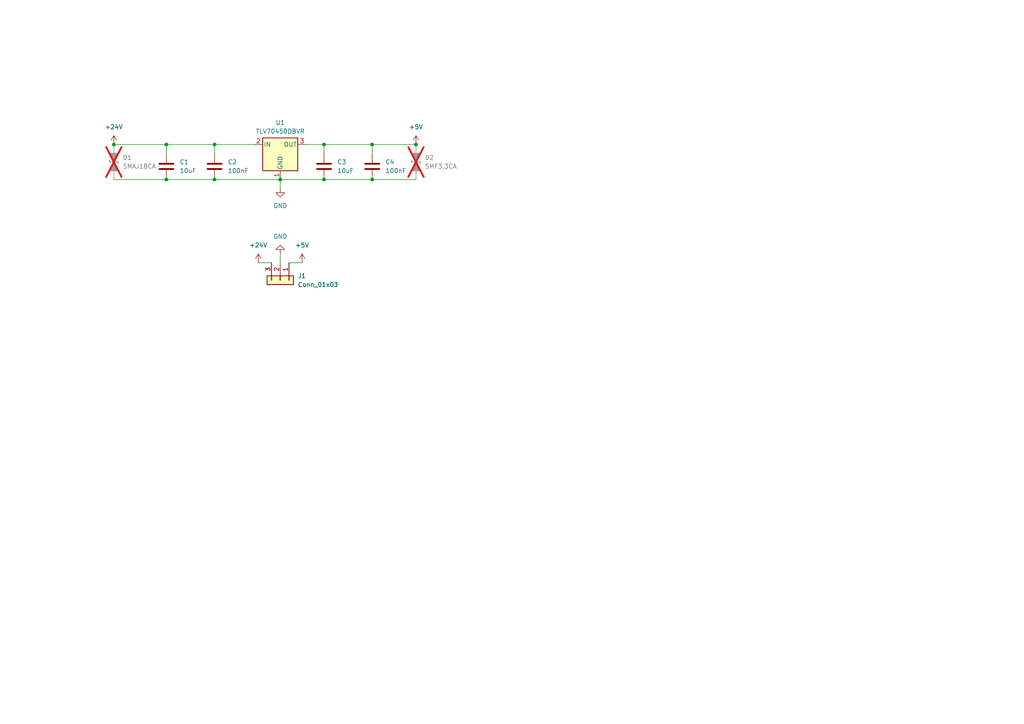
<source format=kicad_sch>
(kicad_sch
	(version 20250114)
	(generator "eeschema")
	(generator_version "9.0")
	(uuid "1df6ae02-d3d4-4e02-9ae3-4242eafe4dc1")
	(paper "A4")
	(lib_symbols
		(symbol "Connector_Generic:Conn_01x03"
			(pin_names
				(offset 1.016)
				(hide yes)
			)
			(exclude_from_sim no)
			(in_bom yes)
			(on_board yes)
			(property "Reference" "J"
				(at 0 5.08 0)
				(effects
					(font
						(size 1.27 1.27)
					)
				)
			)
			(property "Value" "Conn_01x03"
				(at 0 -5.08 0)
				(effects
					(font
						(size 1.27 1.27)
					)
				)
			)
			(property "Footprint" ""
				(at 0 0 0)
				(effects
					(font
						(size 1.27 1.27)
					)
					(hide yes)
				)
			)
			(property "Datasheet" "~"
				(at 0 0 0)
				(effects
					(font
						(size 1.27 1.27)
					)
					(hide yes)
				)
			)
			(property "Description" "Generic connector, single row, 01x03, script generated (kicad-library-utils/schlib/autogen/connector/)"
				(at 0 0 0)
				(effects
					(font
						(size 1.27 1.27)
					)
					(hide yes)
				)
			)
			(property "ki_keywords" "connector"
				(at 0 0 0)
				(effects
					(font
						(size 1.27 1.27)
					)
					(hide yes)
				)
			)
			(property "ki_fp_filters" "Connector*:*_1x??_*"
				(at 0 0 0)
				(effects
					(font
						(size 1.27 1.27)
					)
					(hide yes)
				)
			)
			(symbol "Conn_01x03_1_1"
				(rectangle
					(start -1.27 3.81)
					(end 1.27 -3.81)
					(stroke
						(width 0.254)
						(type default)
					)
					(fill
						(type background)
					)
				)
				(rectangle
					(start -1.27 2.667)
					(end 0 2.413)
					(stroke
						(width 0.1524)
						(type default)
					)
					(fill
						(type none)
					)
				)
				(rectangle
					(start -1.27 0.127)
					(end 0 -0.127)
					(stroke
						(width 0.1524)
						(type default)
					)
					(fill
						(type none)
					)
				)
				(rectangle
					(start -1.27 -2.413)
					(end 0 -2.667)
					(stroke
						(width 0.1524)
						(type default)
					)
					(fill
						(type none)
					)
				)
				(pin passive line
					(at -5.08 2.54 0)
					(length 3.81)
					(name "Pin_1"
						(effects
							(font
								(size 1.27 1.27)
							)
						)
					)
					(number "1"
						(effects
							(font
								(size 1.27 1.27)
							)
						)
					)
				)
				(pin passive line
					(at -5.08 0 0)
					(length 3.81)
					(name "Pin_2"
						(effects
							(font
								(size 1.27 1.27)
							)
						)
					)
					(number "2"
						(effects
							(font
								(size 1.27 1.27)
							)
						)
					)
				)
				(pin passive line
					(at -5.08 -2.54 0)
					(length 3.81)
					(name "Pin_3"
						(effects
							(font
								(size 1.27 1.27)
							)
						)
					)
					(number "3"
						(effects
							(font
								(size 1.27 1.27)
							)
						)
					)
				)
			)
			(embedded_fonts no)
		)
		(symbol "Library:SMF3.3CA"
			(pin_numbers
				(hide yes)
			)
			(pin_names
				(offset 1.016)
				(hide yes)
			)
			(exclude_from_sim no)
			(in_bom yes)
			(on_board yes)
			(property "Reference" "D"
				(at 0 5.08 0)
				(effects
					(font
						(size 1.27 1.27)
					)
				)
			)
			(property "Value" "SMF3.3CA"
				(at 0 2.54 0)
				(effects
					(font
						(size 1.27 1.27)
					)
				)
			)
			(property "Footprint" "PCM_Diode_SMD_AKL:D_SOD-123F"
				(at 0 0 0)
				(effects
					(font
						(size 1.27 1.27)
					)
					(hide yes)
				)
			)
			(property "Datasheet" "https://item.szlcsc.com/48682096.html?fromZone=s_s__%2522SMF3.3CA%2522&spm=sc.gb.xh1.zy.n___sc.it.hd.ss&lcsc_vid=RVRcUVYDElFdXlJeRAALAwJQTwNeBgZeQ1QMUwJSRlQxVlNSQVZWVV1VR1lXVTtW"
				(at 0 0 0)
				(effects
					(font
						(size 1.27 1.27)
					)
					(hide yes)
				)
			)
			(property "Description" "SOD-123F Bidirectional TVS Diode, 5V, 200W, Alternate KiCAD Library"
				(at 0 0 0)
				(effects
					(font
						(size 1.27 1.27)
					)
					(hide yes)
				)
			)
			(property "ki_keywords" "diode TVS bidirectional SMF-CA"
				(at 0 0 0)
				(effects
					(font
						(size 1.27 1.27)
					)
					(hide yes)
				)
			)
			(property "ki_fp_filters" "TO-???* *_Diode_* *SingleDiode* D_*"
				(at 0 0 0)
				(effects
					(font
						(size 1.27 1.27)
					)
					(hide yes)
				)
			)
			(symbol "SMF3.3CA_0_1"
				(polyline
					(pts
						(xy 0 1.27) (xy 0 -1.27)
					)
					(stroke
						(width 0.254)
						(type default)
					)
					(fill
						(type none)
					)
				)
				(polyline
					(pts
						(xy 0 1.27) (xy 0.508 1.27)
					)
					(stroke
						(width 0.254)
						(type default)
					)
					(fill
						(type none)
					)
				)
				(polyline
					(pts
						(xy 0 0) (xy -2.54 1.27) (xy -2.54 -1.27) (xy 0 0)
					)
					(stroke
						(width 0.254)
						(type default)
					)
					(fill
						(type outline)
					)
				)
				(polyline
					(pts
						(xy 0 -1.27) (xy -0.508 -1.27)
					)
					(stroke
						(width 0.254)
						(type default)
					)
					(fill
						(type none)
					)
				)
				(polyline
					(pts
						(xy 1.27 0) (xy -1.27 0)
					)
					(stroke
						(width 0)
						(type default)
					)
					(fill
						(type none)
					)
				)
				(polyline
					(pts
						(xy 2.54 1.27) (xy 2.54 -1.27) (xy 0 0) (xy 2.54 1.27)
					)
					(stroke
						(width 0.254)
						(type default)
					)
					(fill
						(type outline)
					)
				)
			)
			(symbol "SMF3.3CA_0_2"
				(polyline
					(pts
						(xy -3.81 -3.81) (xy 3.81 3.81)
					)
					(stroke
						(width 0)
						(type default)
					)
					(fill
						(type none)
					)
				)
				(polyline
					(pts
						(xy -1.778 -1.778) (xy -2.667 -0.889) (xy 0 0) (xy -0.889 -2.667) (xy -1.778 -1.778)
					)
					(stroke
						(width 0.254)
						(type default)
					)
					(fill
						(type outline)
					)
				)
				(polyline
					(pts
						(xy -0.889 0.889) (xy -1.27 0.508)
					)
					(stroke
						(width 0.254)
						(type default)
					)
					(fill
						(type none)
					)
				)
				(polyline
					(pts
						(xy -0.889 0.889) (xy 0.889 -0.889)
					)
					(stroke
						(width 0.254)
						(type default)
					)
					(fill
						(type none)
					)
				)
				(polyline
					(pts
						(xy 0.889 -0.889) (xy 1.27 -0.508)
					)
					(stroke
						(width 0.254)
						(type default)
					)
					(fill
						(type none)
					)
				)
				(polyline
					(pts
						(xy 1.778 1.778) (xy 2.667 0.889) (xy 0 0) (xy 0.889 2.667) (xy 1.778 1.778)
					)
					(stroke
						(width 0.254)
						(type default)
					)
					(fill
						(type outline)
					)
				)
			)
			(symbol "SMF3.3CA_1_1"
				(pin passive line
					(at -5.08 0 0)
					(length 2.54)
					(name "K"
						(effects
							(font
								(size 1.27 1.27)
							)
						)
					)
					(number "1"
						(effects
							(font
								(size 1.27 1.27)
							)
						)
					)
				)
				(pin passive line
					(at 5.08 0 180)
					(length 2.54)
					(name "A"
						(effects
							(font
								(size 1.27 1.27)
							)
						)
					)
					(number "2"
						(effects
							(font
								(size 1.27 1.27)
							)
						)
					)
				)
			)
			(symbol "SMF3.3CA_1_2"
				(pin passive line
					(at -3.81 -3.81 0)
					(length 0)
					(name "A"
						(effects
							(font
								(size 1.27 1.27)
							)
						)
					)
					(number "2"
						(effects
							(font
								(size 1.27 1.27)
							)
						)
					)
				)
				(pin passive line
					(at 3.81 3.81 180)
					(length 0)
					(name "K"
						(effects
							(font
								(size 1.27 1.27)
							)
						)
					)
					(number "1"
						(effects
							(font
								(size 1.27 1.27)
							)
						)
					)
				)
			)
			(embedded_fonts no)
		)
		(symbol "Library:TLV70450DBVR"
			(pin_names
				(offset 0.254)
			)
			(exclude_from_sim no)
			(in_bom yes)
			(on_board yes)
			(property "Reference" "U"
				(at -3.81 5.715 0)
				(effects
					(font
						(size 1.27 1.27)
					)
				)
			)
			(property "Value" "TLV70450DBVR"
				(at 0 5.715 0)
				(effects
					(font
						(size 1.27 1.27)
					)
					(justify left)
				)
			)
			(property "Footprint" "Package_TO_SOT_SMD:SOT-23-5"
				(at 0 8.255 0)
				(effects
					(font
						(size 1.27 1.27)
						(italic yes)
					)
					(hide yes)
				)
			)
			(property "Datasheet" "http://www.ti.com/lit/ds/symlink/tlv712.pdf"
				(at 0 1.27 0)
				(effects
					(font
						(size 1.27 1.27)
					)
					(hide yes)
				)
			)
			(property "Description" "300mA Low Dropout Voltage Regulator, Fixed Output 0.9V, SOT-23-5"
				(at 0 0 0)
				(effects
					(font
						(size 1.27 1.27)
					)
					(hide yes)
				)
			)
			(property "ki_keywords" "LDO Regulator Fixed Positive"
				(at 0 0 0)
				(effects
					(font
						(size 1.27 1.27)
					)
					(hide yes)
				)
			)
			(property "ki_fp_filters" "SOT?23*"
				(at 0 0 0)
				(effects
					(font
						(size 1.27 1.27)
					)
					(hide yes)
				)
			)
			(symbol "TLV70450DBVR_0_1"
				(rectangle
					(start -5.08 4.445)
					(end 5.08 -5.08)
					(stroke
						(width 0.254)
						(type default)
					)
					(fill
						(type background)
					)
				)
			)
			(symbol "TLV70450DBVR_1_1"
				(pin power_in line
					(at -7.62 2.54 0)
					(length 2.54)
					(name "IN"
						(effects
							(font
								(size 1.27 1.27)
							)
						)
					)
					(number "2"
						(effects
							(font
								(size 1.27 1.27)
							)
						)
					)
				)
				(pin power_in line
					(at 0 -7.62 90)
					(length 2.54)
					(name "GND"
						(effects
							(font
								(size 1.27 1.27)
							)
						)
					)
					(number "1"
						(effects
							(font
								(size 1.27 1.27)
							)
						)
					)
				)
				(pin no_connect line
					(at 5.08 0 180)
					(length 2.54)
					(hide yes)
					(name "NC"
						(effects
							(font
								(size 1.27 1.27)
							)
						)
					)
					(number "4"
						(effects
							(font
								(size 1.27 1.27)
							)
						)
					)
				)
				(pin no_connect line
					(at 5.08 0 180)
					(length 2.54)
					(hide yes)
					(name "NC"
						(effects
							(font
								(size 1.27 1.27)
							)
						)
					)
					(number "5"
						(effects
							(font
								(size 1.27 1.27)
							)
						)
					)
				)
				(pin input line
					(at 7.62 2.54 180)
					(length 2.54)
					(name "OUT"
						(effects
							(font
								(size 1.27 1.27)
							)
						)
					)
					(number "3"
						(effects
							(font
								(size 1.27 1.27)
							)
						)
					)
				)
			)
			(embedded_fonts no)
		)
		(symbol "PCM_Capacitor_US_AKL:C_1206"
			(pin_numbers
				(hide yes)
			)
			(pin_names
				(offset 0.254)
			)
			(exclude_from_sim no)
			(in_bom yes)
			(on_board yes)
			(property "Reference" "C"
				(at 0.635 2.54 0)
				(effects
					(font
						(size 1.27 1.27)
					)
					(justify left)
				)
			)
			(property "Value" "C_1206"
				(at 0.635 -2.54 0)
				(effects
					(font
						(size 1.27 1.27)
					)
					(justify left)
				)
			)
			(property "Footprint" "PCM_Capacitor_SMD_AKL:C_1206_3216Metric"
				(at 0.9652 -3.81 0)
				(effects
					(font
						(size 1.27 1.27)
					)
					(hide yes)
				)
			)
			(property "Datasheet" "~"
				(at 0 0 0)
				(effects
					(font
						(size 1.27 1.27)
					)
					(hide yes)
				)
			)
			(property "Description" "SMD 1206 MLCC capacitor, Alternate KiCad Library"
				(at 0 0 0)
				(effects
					(font
						(size 1.27 1.27)
					)
					(hide yes)
				)
			)
			(property "ki_keywords" "cap capacitor ceramic chip mlcc smd 1206"
				(at 0 0 0)
				(effects
					(font
						(size 1.27 1.27)
					)
					(hide yes)
				)
			)
			(property "ki_fp_filters" "C_*"
				(at 0 0 0)
				(effects
					(font
						(size 1.27 1.27)
					)
					(hide yes)
				)
			)
			(symbol "C_1206_0_1"
				(polyline
					(pts
						(xy -2.032 0.762) (xy 2.032 0.762)
					)
					(stroke
						(width 0.508)
						(type default)
					)
					(fill
						(type none)
					)
				)
				(polyline
					(pts
						(xy -2.032 -0.762) (xy 2.032 -0.762)
					)
					(stroke
						(width 0.508)
						(type default)
					)
					(fill
						(type none)
					)
				)
			)
			(symbol "C_1206_0_2"
				(polyline
					(pts
						(xy -2.54 -2.54) (xy -0.381 -0.381)
					)
					(stroke
						(width 0)
						(type default)
					)
					(fill
						(type none)
					)
				)
				(polyline
					(pts
						(xy -0.508 -0.508) (xy -1.651 0.635)
					)
					(stroke
						(width 0.508)
						(type default)
					)
					(fill
						(type none)
					)
				)
				(polyline
					(pts
						(xy -0.508 -0.508) (xy 0.635 -1.651)
					)
					(stroke
						(width 0.508)
						(type default)
					)
					(fill
						(type none)
					)
				)
				(polyline
					(pts
						(xy 0.381 0.381) (xy 2.54 2.54)
					)
					(stroke
						(width 0)
						(type default)
					)
					(fill
						(type none)
					)
				)
				(polyline
					(pts
						(xy 0.508 0.508) (xy -0.635 1.651)
					)
					(stroke
						(width 0.508)
						(type default)
					)
					(fill
						(type none)
					)
				)
				(polyline
					(pts
						(xy 0.508 0.508) (xy 1.651 -0.635)
					)
					(stroke
						(width 0.508)
						(type default)
					)
					(fill
						(type none)
					)
				)
			)
			(symbol "C_1206_1_1"
				(pin passive line
					(at 0 3.81 270)
					(length 2.794)
					(name "~"
						(effects
							(font
								(size 1.27 1.27)
							)
						)
					)
					(number "1"
						(effects
							(font
								(size 1.27 1.27)
							)
						)
					)
				)
				(pin passive line
					(at 0 -3.81 90)
					(length 2.794)
					(name "~"
						(effects
							(font
								(size 1.27 1.27)
							)
						)
					)
					(number "2"
						(effects
							(font
								(size 1.27 1.27)
							)
						)
					)
				)
			)
			(symbol "C_1206_1_2"
				(pin passive line
					(at -2.54 -2.54 90)
					(length 0)
					(name "~"
						(effects
							(font
								(size 1.27 1.27)
							)
						)
					)
					(number "2"
						(effects
							(font
								(size 1.27 1.27)
							)
						)
					)
				)
				(pin passive line
					(at 2.54 2.54 270)
					(length 0)
					(name "~"
						(effects
							(font
								(size 1.27 1.27)
							)
						)
					)
					(number "1"
						(effects
							(font
								(size 1.27 1.27)
							)
						)
					)
				)
			)
			(embedded_fonts no)
		)
		(symbol "PCM_Diode_TVS_AKL:SMAJ18CA"
			(pin_numbers
				(hide yes)
			)
			(pin_names
				(offset 1.016)
				(hide yes)
			)
			(exclude_from_sim no)
			(in_bom yes)
			(on_board yes)
			(property "Reference" "D"
				(at 0 5.08 0)
				(effects
					(font
						(size 1.27 1.27)
					)
				)
			)
			(property "Value" "SMAJ18CA"
				(at 0 2.54 0)
				(effects
					(font
						(size 1.27 1.27)
					)
				)
			)
			(property "Footprint" "PCM_Diode_SMD_AKL:D_SMA_TVS"
				(at 0 0 0)
				(effects
					(font
						(size 1.27 1.27)
					)
					(hide yes)
				)
			)
			(property "Datasheet" "https://www.tme.eu/Document/dbc72d81c249fe51b6ab42300e8e06d0/SMAJ_ser.pdf"
				(at 0 0 0)
				(effects
					(font
						(size 1.27 1.27)
					)
					(hide yes)
				)
			)
			(property "Description" "SMA Bidirectional TVS Diode, 18V, 400W, Alternate KiCAD Library"
				(at 0 0 0)
				(effects
					(font
						(size 1.27 1.27)
					)
					(hide yes)
				)
			)
			(property "ki_keywords" "diode TVS bidirectional SMAJ-CA"
				(at 0 0 0)
				(effects
					(font
						(size 1.27 1.27)
					)
					(hide yes)
				)
			)
			(property "ki_fp_filters" "TO-???* *_Diode_* *SingleDiode* D_*"
				(at 0 0 0)
				(effects
					(font
						(size 1.27 1.27)
					)
					(hide yes)
				)
			)
			(symbol "SMAJ18CA_0_1"
				(polyline
					(pts
						(xy 0 1.27) (xy 0 -1.27)
					)
					(stroke
						(width 0.254)
						(type default)
					)
					(fill
						(type none)
					)
				)
				(polyline
					(pts
						(xy 0 1.27) (xy 0.508 1.27)
					)
					(stroke
						(width 0.254)
						(type default)
					)
					(fill
						(type none)
					)
				)
				(polyline
					(pts
						(xy 0 0) (xy -2.54 1.27) (xy -2.54 -1.27) (xy 0 0)
					)
					(stroke
						(width 0.254)
						(type default)
					)
					(fill
						(type outline)
					)
				)
				(polyline
					(pts
						(xy 0 -1.27) (xy -0.508 -1.27)
					)
					(stroke
						(width 0.254)
						(type default)
					)
					(fill
						(type none)
					)
				)
				(polyline
					(pts
						(xy 1.27 0) (xy -1.27 0)
					)
					(stroke
						(width 0)
						(type default)
					)
					(fill
						(type none)
					)
				)
				(polyline
					(pts
						(xy 2.54 1.27) (xy 2.54 -1.27) (xy 0 0) (xy 2.54 1.27)
					)
					(stroke
						(width 0.254)
						(type default)
					)
					(fill
						(type outline)
					)
				)
			)
			(symbol "SMAJ18CA_0_2"
				(polyline
					(pts
						(xy -3.81 -3.81) (xy 3.81 3.81)
					)
					(stroke
						(width 0)
						(type default)
					)
					(fill
						(type none)
					)
				)
				(polyline
					(pts
						(xy -1.778 -1.778) (xy -2.667 -0.889) (xy 0 0) (xy -0.889 -2.667) (xy -1.778 -1.778)
					)
					(stroke
						(width 0.254)
						(type default)
					)
					(fill
						(type outline)
					)
				)
				(polyline
					(pts
						(xy -0.889 0.889) (xy -1.27 0.508)
					)
					(stroke
						(width 0.254)
						(type default)
					)
					(fill
						(type none)
					)
				)
				(polyline
					(pts
						(xy -0.889 0.889) (xy 0.889 -0.889)
					)
					(stroke
						(width 0.254)
						(type default)
					)
					(fill
						(type none)
					)
				)
				(polyline
					(pts
						(xy 0.889 -0.889) (xy 1.27 -0.508)
					)
					(stroke
						(width 0.254)
						(type default)
					)
					(fill
						(type none)
					)
				)
				(polyline
					(pts
						(xy 1.778 1.778) (xy 2.667 0.889) (xy 0 0) (xy 0.889 2.667) (xy 1.778 1.778)
					)
					(stroke
						(width 0.254)
						(type default)
					)
					(fill
						(type outline)
					)
				)
			)
			(symbol "SMAJ18CA_1_1"
				(pin passive line
					(at -5.08 0 0)
					(length 2.54)
					(name "K"
						(effects
							(font
								(size 1.27 1.27)
							)
						)
					)
					(number "1"
						(effects
							(font
								(size 1.27 1.27)
							)
						)
					)
				)
				(pin passive line
					(at 5.08 0 180)
					(length 2.54)
					(name "A"
						(effects
							(font
								(size 1.27 1.27)
							)
						)
					)
					(number "2"
						(effects
							(font
								(size 1.27 1.27)
							)
						)
					)
				)
			)
			(symbol "SMAJ18CA_1_2"
				(pin passive line
					(at -3.81 -3.81 0)
					(length 0)
					(name "A"
						(effects
							(font
								(size 1.27 1.27)
							)
						)
					)
					(number "2"
						(effects
							(font
								(size 1.27 1.27)
							)
						)
					)
				)
				(pin passive line
					(at 3.81 3.81 180)
					(length 0)
					(name "K"
						(effects
							(font
								(size 1.27 1.27)
							)
						)
					)
					(number "1"
						(effects
							(font
								(size 1.27 1.27)
							)
						)
					)
				)
			)
			(embedded_fonts no)
		)
		(symbol "power:+24V"
			(power)
			(pin_numbers
				(hide yes)
			)
			(pin_names
				(offset 0)
				(hide yes)
			)
			(exclude_from_sim no)
			(in_bom yes)
			(on_board yes)
			(property "Reference" "#PWR"
				(at 0 -3.81 0)
				(effects
					(font
						(size 1.27 1.27)
					)
					(hide yes)
				)
			)
			(property "Value" "+24V"
				(at 0 3.556 0)
				(effects
					(font
						(size 1.27 1.27)
					)
				)
			)
			(property "Footprint" ""
				(at 0 0 0)
				(effects
					(font
						(size 1.27 1.27)
					)
					(hide yes)
				)
			)
			(property "Datasheet" ""
				(at 0 0 0)
				(effects
					(font
						(size 1.27 1.27)
					)
					(hide yes)
				)
			)
			(property "Description" "Power symbol creates a global label with name \"+24V\""
				(at 0 0 0)
				(effects
					(font
						(size 1.27 1.27)
					)
					(hide yes)
				)
			)
			(property "ki_keywords" "global power"
				(at 0 0 0)
				(effects
					(font
						(size 1.27 1.27)
					)
					(hide yes)
				)
			)
			(symbol "+24V_0_1"
				(polyline
					(pts
						(xy -0.762 1.27) (xy 0 2.54)
					)
					(stroke
						(width 0)
						(type default)
					)
					(fill
						(type none)
					)
				)
				(polyline
					(pts
						(xy 0 2.54) (xy 0.762 1.27)
					)
					(stroke
						(width 0)
						(type default)
					)
					(fill
						(type none)
					)
				)
				(polyline
					(pts
						(xy 0 0) (xy 0 2.54)
					)
					(stroke
						(width 0)
						(type default)
					)
					(fill
						(type none)
					)
				)
			)
			(symbol "+24V_1_1"
				(pin power_in line
					(at 0 0 90)
					(length 0)
					(name "~"
						(effects
							(font
								(size 1.27 1.27)
							)
						)
					)
					(number "1"
						(effects
							(font
								(size 1.27 1.27)
							)
						)
					)
				)
			)
			(embedded_fonts no)
		)
		(symbol "power:+5V"
			(power)
			(pin_numbers
				(hide yes)
			)
			(pin_names
				(offset 0)
				(hide yes)
			)
			(exclude_from_sim no)
			(in_bom yes)
			(on_board yes)
			(property "Reference" "#PWR"
				(at 0 -3.81 0)
				(effects
					(font
						(size 1.27 1.27)
					)
					(hide yes)
				)
			)
			(property "Value" "+5V"
				(at 0 3.556 0)
				(effects
					(font
						(size 1.27 1.27)
					)
				)
			)
			(property "Footprint" ""
				(at 0 0 0)
				(effects
					(font
						(size 1.27 1.27)
					)
					(hide yes)
				)
			)
			(property "Datasheet" ""
				(at 0 0 0)
				(effects
					(font
						(size 1.27 1.27)
					)
					(hide yes)
				)
			)
			(property "Description" "Power symbol creates a global label with name \"+5V\""
				(at 0 0 0)
				(effects
					(font
						(size 1.27 1.27)
					)
					(hide yes)
				)
			)
			(property "ki_keywords" "global power"
				(at 0 0 0)
				(effects
					(font
						(size 1.27 1.27)
					)
					(hide yes)
				)
			)
			(symbol "+5V_0_1"
				(polyline
					(pts
						(xy -0.762 1.27) (xy 0 2.54)
					)
					(stroke
						(width 0)
						(type default)
					)
					(fill
						(type none)
					)
				)
				(polyline
					(pts
						(xy 0 2.54) (xy 0.762 1.27)
					)
					(stroke
						(width 0)
						(type default)
					)
					(fill
						(type none)
					)
				)
				(polyline
					(pts
						(xy 0 0) (xy 0 2.54)
					)
					(stroke
						(width 0)
						(type default)
					)
					(fill
						(type none)
					)
				)
			)
			(symbol "+5V_1_1"
				(pin power_in line
					(at 0 0 90)
					(length 0)
					(name "~"
						(effects
							(font
								(size 1.27 1.27)
							)
						)
					)
					(number "1"
						(effects
							(font
								(size 1.27 1.27)
							)
						)
					)
				)
			)
			(embedded_fonts no)
		)
		(symbol "power:GND"
			(power)
			(pin_numbers
				(hide yes)
			)
			(pin_names
				(offset 0)
				(hide yes)
			)
			(exclude_from_sim no)
			(in_bom yes)
			(on_board yes)
			(property "Reference" "#PWR"
				(at 0 -6.35 0)
				(effects
					(font
						(size 1.27 1.27)
					)
					(hide yes)
				)
			)
			(property "Value" "GND"
				(at 0 -3.81 0)
				(effects
					(font
						(size 1.27 1.27)
					)
				)
			)
			(property "Footprint" ""
				(at 0 0 0)
				(effects
					(font
						(size 1.27 1.27)
					)
					(hide yes)
				)
			)
			(property "Datasheet" ""
				(at 0 0 0)
				(effects
					(font
						(size 1.27 1.27)
					)
					(hide yes)
				)
			)
			(property "Description" "Power symbol creates a global label with name \"GND\" , ground"
				(at 0 0 0)
				(effects
					(font
						(size 1.27 1.27)
					)
					(hide yes)
				)
			)
			(property "ki_keywords" "global power"
				(at 0 0 0)
				(effects
					(font
						(size 1.27 1.27)
					)
					(hide yes)
				)
			)
			(symbol "GND_0_1"
				(polyline
					(pts
						(xy 0 0) (xy 0 -1.27) (xy 1.27 -1.27) (xy 0 -2.54) (xy -1.27 -1.27) (xy 0 -1.27)
					)
					(stroke
						(width 0)
						(type default)
					)
					(fill
						(type none)
					)
				)
			)
			(symbol "GND_1_1"
				(pin power_in line
					(at 0 0 270)
					(length 0)
					(name "~"
						(effects
							(font
								(size 1.27 1.27)
							)
						)
					)
					(number "1"
						(effects
							(font
								(size 1.27 1.27)
							)
						)
					)
				)
			)
			(embedded_fonts no)
		)
	)
	(junction
		(at 107.95 52.07)
		(diameter 0)
		(color 0 0 0 0)
		(uuid "514833eb-50a9-44fe-916f-294371287c75")
	)
	(junction
		(at 81.28 52.07)
		(diameter 0)
		(color 0 0 0 0)
		(uuid "5c57528f-1ab3-4705-9a16-ac77464cdffd")
	)
	(junction
		(at 107.95 41.91)
		(diameter 0)
		(color 0 0 0 0)
		(uuid "64aba8ce-fd6c-4491-992c-3b04ebd53f9f")
	)
	(junction
		(at 48.26 52.07)
		(diameter 0)
		(color 0 0 0 0)
		(uuid "6badc462-3549-4c36-8e68-21b0bb8cafde")
	)
	(junction
		(at 120.65 41.91)
		(diameter 0)
		(color 0 0 0 0)
		(uuid "70280d08-f1cd-409a-a6cb-6f11d0479222")
	)
	(junction
		(at 93.98 41.91)
		(diameter 0)
		(color 0 0 0 0)
		(uuid "719da37d-a298-4564-bf72-c6c4262e0a9d")
	)
	(junction
		(at 93.98 52.07)
		(diameter 0)
		(color 0 0 0 0)
		(uuid "9042bff0-f34f-427b-85c5-6b9b00f8c2b8")
	)
	(junction
		(at 62.23 52.07)
		(diameter 0)
		(color 0 0 0 0)
		(uuid "93e780b9-2863-4b2b-b297-6be449c23a72")
	)
	(junction
		(at 62.23 41.91)
		(diameter 0)
		(color 0 0 0 0)
		(uuid "9d1d29f1-637e-4e32-bd4e-238eec1c5c0e")
	)
	(junction
		(at 33.02 41.91)
		(diameter 0)
		(color 0 0 0 0)
		(uuid "aeaad6dc-fb16-4035-b8b2-ac734cd230da")
	)
	(junction
		(at 48.26 41.91)
		(diameter 0)
		(color 0 0 0 0)
		(uuid "e2d4d540-1b28-4c57-a6ca-376db0bf414f")
	)
	(wire
		(pts
			(xy 88.9 41.91) (xy 93.98 41.91)
		)
		(stroke
			(width 0)
			(type default)
		)
		(uuid "05ac1d29-e7d3-432c-88cf-2f065aa99a93")
	)
	(wire
		(pts
			(xy 48.26 41.91) (xy 62.23 41.91)
		)
		(stroke
			(width 0)
			(type default)
		)
		(uuid "0fe6615d-7d0f-4bd7-87e6-67912a7768d0")
	)
	(wire
		(pts
			(xy 81.28 73.66) (xy 81.28 76.2)
		)
		(stroke
			(width 0)
			(type default)
		)
		(uuid "276cfdbc-7c71-48a6-a7cb-091d947a4b44")
	)
	(wire
		(pts
			(xy 33.02 41.91) (xy 48.26 41.91)
		)
		(stroke
			(width 0)
			(type default)
		)
		(uuid "2c2418c9-d76c-4077-90b4-b4fa14f4dae8")
	)
	(wire
		(pts
			(xy 107.95 52.07) (xy 120.65 52.07)
		)
		(stroke
			(width 0)
			(type default)
		)
		(uuid "3a9006f2-1804-4563-8ac2-ab9854d7055c")
	)
	(wire
		(pts
			(xy 48.26 52.07) (xy 62.23 52.07)
		)
		(stroke
			(width 0)
			(type default)
		)
		(uuid "3fadcb6a-dd90-4bc8-80b0-a3059fa1fb32")
	)
	(wire
		(pts
			(xy 107.95 41.91) (xy 120.65 41.91)
		)
		(stroke
			(width 0)
			(type default)
		)
		(uuid "72f383a0-3587-4727-9bd0-663df02f2aaf")
	)
	(wire
		(pts
			(xy 62.23 41.91) (xy 62.23 44.45)
		)
		(stroke
			(width 0)
			(type default)
		)
		(uuid "7c5bbed0-37b4-461b-83e6-1cf8567c570c")
	)
	(wire
		(pts
			(xy 33.02 52.07) (xy 48.26 52.07)
		)
		(stroke
			(width 0)
			(type default)
		)
		(uuid "7f2cbe72-dcac-4864-8902-a467ee0e6b68")
	)
	(wire
		(pts
			(xy 62.23 41.91) (xy 73.66 41.91)
		)
		(stroke
			(width 0)
			(type default)
		)
		(uuid "861a7793-2ba1-427b-bd6a-76c18a36eee7")
	)
	(wire
		(pts
			(xy 81.28 52.07) (xy 93.98 52.07)
		)
		(stroke
			(width 0)
			(type default)
		)
		(uuid "87ac1303-b503-4c9f-b043-9535f6b94d91")
	)
	(wire
		(pts
			(xy 93.98 41.91) (xy 107.95 41.91)
		)
		(stroke
			(width 0)
			(type default)
		)
		(uuid "bb2287cb-2197-4c56-b358-48753385a0d0")
	)
	(wire
		(pts
			(xy 74.93 76.2) (xy 78.74 76.2)
		)
		(stroke
			(width 0)
			(type default)
		)
		(uuid "be54df5c-bef3-42ca-8272-d30d4e7f5b9f")
	)
	(wire
		(pts
			(xy 62.23 52.07) (xy 81.28 52.07)
		)
		(stroke
			(width 0)
			(type default)
		)
		(uuid "c19fec5c-7ef7-4d12-a92a-7e81323692e2")
	)
	(wire
		(pts
			(xy 93.98 41.91) (xy 93.98 44.45)
		)
		(stroke
			(width 0)
			(type default)
		)
		(uuid "c85a27d2-8038-49e5-b8dd-2cbab5b727bb")
	)
	(wire
		(pts
			(xy 83.82 76.2) (xy 87.63 76.2)
		)
		(stroke
			(width 0)
			(type default)
		)
		(uuid "ceb15113-566a-4374-9eb5-62585ab0adca")
	)
	(wire
		(pts
			(xy 81.28 54.61) (xy 81.28 52.07)
		)
		(stroke
			(width 0)
			(type default)
		)
		(uuid "cf35a6f6-a16e-45f5-b971-47db415734e9")
	)
	(wire
		(pts
			(xy 107.95 41.91) (xy 107.95 44.45)
		)
		(stroke
			(width 0)
			(type default)
		)
		(uuid "cf4710e6-9f1f-47d0-a123-1878a9663cdc")
	)
	(wire
		(pts
			(xy 93.98 52.07) (xy 107.95 52.07)
		)
		(stroke
			(width 0)
			(type default)
		)
		(uuid "efc3acde-0194-4669-b223-6090a94cc0ad")
	)
	(wire
		(pts
			(xy 48.26 41.91) (xy 48.26 44.45)
		)
		(stroke
			(width 0)
			(type default)
		)
		(uuid "f9714cac-ff9a-4506-b933-dec29543c863")
	)
	(symbol
		(lib_id "PCM_Capacitor_US_AKL:C_1206")
		(at 107.95 48.26 0)
		(unit 1)
		(exclude_from_sim no)
		(in_bom yes)
		(on_board yes)
		(dnp no)
		(fields_autoplaced yes)
		(uuid "232928ec-4543-44fa-9151-c17ecbf974f2")
		(property "Reference" "C4"
			(at 111.76 46.9899 0)
			(effects
				(font
					(size 1.27 1.27)
				)
				(justify left)
			)
		)
		(property "Value" "100nF"
			(at 111.76 49.5299 0)
			(effects
				(font
					(size 1.27 1.27)
				)
				(justify left)
			)
		)
		(property "Footprint" "PCM_Capacitor_SMD_AKL:C_1206_3216Metric"
			(at 108.9152 52.07 0)
			(effects
				(font
					(size 1.27 1.27)
				)
				(hide yes)
			)
		)
		(property "Datasheet" "~"
			(at 107.95 48.26 0)
			(effects
				(font
					(size 1.27 1.27)
				)
				(hide yes)
			)
		)
		(property "Description" "SMD 1206 MLCC capacitor, Alternate KiCad Library"
			(at 107.95 48.26 0)
			(effects
				(font
					(size 1.27 1.27)
				)
				(hide yes)
			)
		)
		(pin "2"
			(uuid "5945e5ad-70a8-4f56-99f5-85fc87fbd9cd")
		)
		(pin "1"
			(uuid "cedff690-39f5-4644-a345-205a86a6e3b2")
		)
		(instances
			(project "HT7333"
				(path "/1df6ae02-d3d4-4e02-9ae3-4242eafe4dc1"
					(reference "C4")
					(unit 1)
				)
			)
		)
	)
	(symbol
		(lib_id "PCM_Capacitor_US_AKL:C_1206")
		(at 48.26 48.26 0)
		(unit 1)
		(exclude_from_sim no)
		(in_bom yes)
		(on_board yes)
		(dnp no)
		(fields_autoplaced yes)
		(uuid "35fcd58a-1490-4b7a-91f4-0733045aae36")
		(property "Reference" "C1"
			(at 52.07 46.9899 0)
			(effects
				(font
					(size 1.27 1.27)
				)
				(justify left)
			)
		)
		(property "Value" "10uF"
			(at 52.07 49.5299 0)
			(effects
				(font
					(size 1.27 1.27)
				)
				(justify left)
			)
		)
		(property "Footprint" "PCM_Capacitor_SMD_AKL:C_1206_3216Metric"
			(at 49.2252 52.07 0)
			(effects
				(font
					(size 1.27 1.27)
				)
				(hide yes)
			)
		)
		(property "Datasheet" "~"
			(at 48.26 48.26 0)
			(effects
				(font
					(size 1.27 1.27)
				)
				(hide yes)
			)
		)
		(property "Description" "SMD 1206 MLCC capacitor, Alternate KiCad Library"
			(at 48.26 48.26 0)
			(effects
				(font
					(size 1.27 1.27)
				)
				(hide yes)
			)
		)
		(pin "2"
			(uuid "6a1a0982-ca59-4f51-883b-617dc0a82d4a")
		)
		(pin "1"
			(uuid "4336eb44-d546-43fb-aa85-2f4d1dd18b01")
		)
		(instances
			(project ""
				(path "/1df6ae02-d3d4-4e02-9ae3-4242eafe4dc1"
					(reference "C1")
					(unit 1)
				)
			)
		)
	)
	(symbol
		(lib_id "Connector_Generic:Conn_01x03")
		(at 81.28 81.28 270)
		(unit 1)
		(exclude_from_sim no)
		(in_bom yes)
		(on_board yes)
		(dnp no)
		(fields_autoplaced yes)
		(uuid "3e358b47-9d5a-4061-be93-1f1ec86b6309")
		(property "Reference" "J1"
			(at 86.36 80.0099 90)
			(effects
				(font
					(size 1.27 1.27)
				)
				(justify left)
			)
		)
		(property "Value" "Conn_01x03"
			(at 86.36 82.5499 90)
			(effects
				(font
					(size 1.27 1.27)
				)
				(justify left)
			)
		)
		(property "Footprint" "Connector_PinHeader_2.54mm:PinHeader_1x03_P2.54mm_Vertical"
			(at 81.28 81.28 0)
			(effects
				(font
					(size 1.27 1.27)
				)
				(hide yes)
			)
		)
		(property "Datasheet" "~"
			(at 81.28 81.28 0)
			(effects
				(font
					(size 1.27 1.27)
				)
				(hide yes)
			)
		)
		(property "Description" "Generic connector, single row, 01x03, script generated (kicad-library-utils/schlib/autogen/connector/)"
			(at 81.28 81.28 0)
			(effects
				(font
					(size 1.27 1.27)
				)
				(hide yes)
			)
		)
		(pin "2"
			(uuid "a6107d92-4171-42e6-a582-cb072380b0ca")
		)
		(pin "1"
			(uuid "8a406607-4b8e-48e0-9d53-ae01a758915b")
		)
		(pin "3"
			(uuid "302ba533-5252-444d-9d8c-fdc990cb25b1")
		)
		(instances
			(project ""
				(path "/1df6ae02-d3d4-4e02-9ae3-4242eafe4dc1"
					(reference "J1")
					(unit 1)
				)
			)
		)
	)
	(symbol
		(lib_id "power:+5V")
		(at 87.63 76.2 0)
		(unit 1)
		(exclude_from_sim no)
		(in_bom yes)
		(on_board yes)
		(dnp no)
		(fields_autoplaced yes)
		(uuid "4173cc3a-63ca-4753-a244-d970b652a295")
		(property "Reference" "#PWR08"
			(at 87.63 80.01 0)
			(effects
				(font
					(size 1.27 1.27)
				)
				(hide yes)
			)
		)
		(property "Value" "+5V"
			(at 87.63 71.12 0)
			(effects
				(font
					(size 1.27 1.27)
				)
			)
		)
		(property "Footprint" ""
			(at 87.63 76.2 0)
			(effects
				(font
					(size 1.27 1.27)
				)
				(hide yes)
			)
		)
		(property "Datasheet" ""
			(at 87.63 76.2 0)
			(effects
				(font
					(size 1.27 1.27)
				)
				(hide yes)
			)
		)
		(property "Description" "Power symbol creates a global label with name \"+5V\""
			(at 87.63 76.2 0)
			(effects
				(font
					(size 1.27 1.27)
				)
				(hide yes)
			)
		)
		(pin "1"
			(uuid "6d22b789-5bee-49e3-bec0-7a63673b181b")
		)
		(instances
			(project "ME6210A33PG"
				(path "/1df6ae02-d3d4-4e02-9ae3-4242eafe4dc1"
					(reference "#PWR08")
					(unit 1)
				)
			)
		)
	)
	(symbol
		(lib_id "power:+24V")
		(at 33.02 41.91 0)
		(unit 1)
		(exclude_from_sim no)
		(in_bom yes)
		(on_board yes)
		(dnp no)
		(fields_autoplaced yes)
		(uuid "5a7523bb-aafa-4cf9-afd0-8b0679af61b3")
		(property "Reference" "#PWR01"
			(at 33.02 45.72 0)
			(effects
				(font
					(size 1.27 1.27)
				)
				(hide yes)
			)
		)
		(property "Value" "+24V"
			(at 33.02 36.83 0)
			(effects
				(font
					(size 1.27 1.27)
				)
			)
		)
		(property "Footprint" ""
			(at 33.02 41.91 0)
			(effects
				(font
					(size 1.27 1.27)
				)
				(hide yes)
			)
		)
		(property "Datasheet" ""
			(at 33.02 41.91 0)
			(effects
				(font
					(size 1.27 1.27)
				)
				(hide yes)
			)
		)
		(property "Description" "Power symbol creates a global label with name \"+24V\""
			(at 33.02 41.91 0)
			(effects
				(font
					(size 1.27 1.27)
				)
				(hide yes)
			)
		)
		(pin "1"
			(uuid "94c3ab79-7552-4af8-af11-2ca3bc436776")
		)
		(instances
			(project "ME6210A33PG"
				(path "/1df6ae02-d3d4-4e02-9ae3-4242eafe4dc1"
					(reference "#PWR01")
					(unit 1)
				)
			)
		)
	)
	(symbol
		(lib_id "PCM_Capacitor_US_AKL:C_1206")
		(at 62.23 48.26 0)
		(unit 1)
		(exclude_from_sim no)
		(in_bom yes)
		(on_board yes)
		(dnp no)
		(fields_autoplaced yes)
		(uuid "65dad9bb-d540-42b5-a7e8-22676942662b")
		(property "Reference" "C2"
			(at 66.04 46.9899 0)
			(effects
				(font
					(size 1.27 1.27)
				)
				(justify left)
			)
		)
		(property "Value" "100nF"
			(at 66.04 49.5299 0)
			(effects
				(font
					(size 1.27 1.27)
				)
				(justify left)
			)
		)
		(property "Footprint" "PCM_Capacitor_SMD_AKL:C_1206_3216Metric"
			(at 63.1952 52.07 0)
			(effects
				(font
					(size 1.27 1.27)
				)
				(hide yes)
			)
		)
		(property "Datasheet" "~"
			(at 62.23 48.26 0)
			(effects
				(font
					(size 1.27 1.27)
				)
				(hide yes)
			)
		)
		(property "Description" "SMD 1206 MLCC capacitor, Alternate KiCad Library"
			(at 62.23 48.26 0)
			(effects
				(font
					(size 1.27 1.27)
				)
				(hide yes)
			)
		)
		(pin "2"
			(uuid "2d36c623-82d1-448a-84e7-e7f84ab5f0b5")
		)
		(pin "1"
			(uuid "316d52cb-2755-4f6f-82f9-d2cb23a71406")
		)
		(instances
			(project "HT7333"
				(path "/1df6ae02-d3d4-4e02-9ae3-4242eafe4dc1"
					(reference "C2")
					(unit 1)
				)
			)
		)
	)
	(symbol
		(lib_id "PCM_Diode_TVS_AKL:SMAJ18CA")
		(at 33.02 46.99 90)
		(unit 1)
		(exclude_from_sim no)
		(in_bom yes)
		(on_board yes)
		(dnp yes)
		(fields_autoplaced yes)
		(uuid "7407bde4-6bf8-4905-a6a2-3f7d595fe87a")
		(property "Reference" "D1"
			(at 35.56 45.7199 90)
			(effects
				(font
					(size 1.27 1.27)
				)
				(justify right)
			)
		)
		(property "Value" "SMAJ18CA"
			(at 35.56 48.2599 90)
			(effects
				(font
					(size 1.27 1.27)
				)
				(justify right)
			)
		)
		(property "Footprint" "PCM_Diode_SMD_AKL:D_SMA_TVS"
			(at 33.02 46.99 0)
			(effects
				(font
					(size 1.27 1.27)
				)
				(hide yes)
			)
		)
		(property "Datasheet" "https://www.tme.eu/Document/dbc72d81c249fe51b6ab42300e8e06d0/SMAJ_ser.pdf"
			(at 33.02 46.99 0)
			(effects
				(font
					(size 1.27 1.27)
				)
				(hide yes)
			)
		)
		(property "Description" "SMA Bidirectional TVS Diode, 18V, 400W, Alternate KiCAD Library"
			(at 33.02 46.99 0)
			(effects
				(font
					(size 1.27 1.27)
				)
				(hide yes)
			)
		)
		(pin "1"
			(uuid "45fed282-9b4d-4c45-afce-fc27066191d0")
		)
		(pin "2"
			(uuid "ae7a61c5-060e-48d3-89d6-3a3f581cd5c7")
		)
		(instances
			(project ""
				(path "/1df6ae02-d3d4-4e02-9ae3-4242eafe4dc1"
					(reference "D1")
					(unit 1)
				)
			)
		)
	)
	(symbol
		(lib_id "Library:SMF3.3CA")
		(at 120.65 46.99 90)
		(unit 1)
		(exclude_from_sim no)
		(in_bom yes)
		(on_board yes)
		(dnp yes)
		(fields_autoplaced yes)
		(uuid "86172d1a-4684-4ac8-814f-ceae49651803")
		(property "Reference" "D2"
			(at 123.19 45.7199 90)
			(effects
				(font
					(size 1.27 1.27)
				)
				(justify right)
			)
		)
		(property "Value" "SMF3.3CA"
			(at 123.19 48.2599 90)
			(effects
				(font
					(size 1.27 1.27)
				)
				(justify right)
			)
		)
		(property "Footprint" "PCM_Diode_SMD_AKL:D_SOD-123F"
			(at 120.65 46.99 0)
			(effects
				(font
					(size 1.27 1.27)
				)
				(hide yes)
			)
		)
		(property "Datasheet" "https://item.szlcsc.com/48682096.html?fromZone=s_s__%2522SMF3.3CA%2522&spm=sc.gb.xh1.zy.n___sc.it.hd.ss&lcsc_vid=RVRcUVYDElFdXlJeRAALAwJQTwNeBgZeQ1QMUwJSRlQxVlNSQVZWVV1VR1lXVTtW"
			(at 120.65 46.99 0)
			(effects
				(font
					(size 1.27 1.27)
				)
				(hide yes)
			)
		)
		(property "Description" "SOD-123F Bidirectional TVS Diode, 5V, 200W, Alternate KiCAD Library"
			(at 120.65 46.99 0)
			(effects
				(font
					(size 1.27 1.27)
				)
				(hide yes)
			)
		)
		(pin "2"
			(uuid "d836897b-c911-40b7-b351-4c1beca91fbb")
		)
		(pin "1"
			(uuid "b6dd5fc6-152b-4936-9092-181aa43b3b70")
		)
		(instances
			(project ""
				(path "/1df6ae02-d3d4-4e02-9ae3-4242eafe4dc1"
					(reference "D2")
					(unit 1)
				)
			)
		)
	)
	(symbol
		(lib_id "PCM_Capacitor_US_AKL:C_1206")
		(at 93.98 48.26 0)
		(unit 1)
		(exclude_from_sim no)
		(in_bom yes)
		(on_board yes)
		(dnp no)
		(fields_autoplaced yes)
		(uuid "9b173555-78be-4ff2-ba9d-93a52c1a6bb1")
		(property "Reference" "C3"
			(at 97.79 46.9899 0)
			(effects
				(font
					(size 1.27 1.27)
				)
				(justify left)
			)
		)
		(property "Value" "10uF"
			(at 97.79 49.5299 0)
			(effects
				(font
					(size 1.27 1.27)
				)
				(justify left)
			)
		)
		(property "Footprint" "PCM_Capacitor_SMD_AKL:C_1206_3216Metric"
			(at 94.9452 52.07 0)
			(effects
				(font
					(size 1.27 1.27)
				)
				(hide yes)
			)
		)
		(property "Datasheet" "~"
			(at 93.98 48.26 0)
			(effects
				(font
					(size 1.27 1.27)
				)
				(hide yes)
			)
		)
		(property "Description" "SMD 1206 MLCC capacitor, Alternate KiCad Library"
			(at 93.98 48.26 0)
			(effects
				(font
					(size 1.27 1.27)
				)
				(hide yes)
			)
		)
		(pin "2"
			(uuid "bd86a00d-91df-4218-bc7c-91684d4c3c66")
		)
		(pin "1"
			(uuid "8193f943-3c11-4f90-bf26-03f17f0c9b76")
		)
		(instances
			(project "HT7333"
				(path "/1df6ae02-d3d4-4e02-9ae3-4242eafe4dc1"
					(reference "C3")
					(unit 1)
				)
			)
		)
	)
	(symbol
		(lib_id "power:GND")
		(at 81.28 54.61 0)
		(unit 1)
		(exclude_from_sim no)
		(in_bom yes)
		(on_board yes)
		(dnp no)
		(fields_autoplaced yes)
		(uuid "9e719d0a-1f73-49de-bf32-6b24eab05d8c")
		(property "Reference" "#PWR03"
			(at 81.28 60.96 0)
			(effects
				(font
					(size 1.27 1.27)
				)
				(hide yes)
			)
		)
		(property "Value" "GND"
			(at 81.28 59.69 0)
			(effects
				(font
					(size 1.27 1.27)
				)
			)
		)
		(property "Footprint" ""
			(at 81.28 54.61 0)
			(effects
				(font
					(size 1.27 1.27)
				)
				(hide yes)
			)
		)
		(property "Datasheet" ""
			(at 81.28 54.61 0)
			(effects
				(font
					(size 1.27 1.27)
				)
				(hide yes)
			)
		)
		(property "Description" "Power symbol creates a global label with name \"GND\" , ground"
			(at 81.28 54.61 0)
			(effects
				(font
					(size 1.27 1.27)
				)
				(hide yes)
			)
		)
		(pin "1"
			(uuid "6b9d55c8-3097-4fc9-816c-358d393c623d")
		)
		(instances
			(project "HT7333"
				(path "/1df6ae02-d3d4-4e02-9ae3-4242eafe4dc1"
					(reference "#PWR03")
					(unit 1)
				)
			)
		)
	)
	(symbol
		(lib_id "power:+24V")
		(at 74.93 76.2 0)
		(unit 1)
		(exclude_from_sim no)
		(in_bom yes)
		(on_board yes)
		(dnp no)
		(fields_autoplaced yes)
		(uuid "babfa7d7-7972-4b0b-b54f-c1fde5970e7d")
		(property "Reference" "#PWR02"
			(at 74.93 80.01 0)
			(effects
				(font
					(size 1.27 1.27)
				)
				(hide yes)
			)
		)
		(property "Value" "+24V"
			(at 74.93 71.12 0)
			(effects
				(font
					(size 1.27 1.27)
				)
			)
		)
		(property "Footprint" ""
			(at 74.93 76.2 0)
			(effects
				(font
					(size 1.27 1.27)
				)
				(hide yes)
			)
		)
		(property "Datasheet" ""
			(at 74.93 76.2 0)
			(effects
				(font
					(size 1.27 1.27)
				)
				(hide yes)
			)
		)
		(property "Description" "Power symbol creates a global label with name \"+24V\""
			(at 74.93 76.2 0)
			(effects
				(font
					(size 1.27 1.27)
				)
				(hide yes)
			)
		)
		(pin "1"
			(uuid "52be9689-2c6b-40a3-a82f-e202851465c7")
		)
		(instances
			(project "ME6210A33PG"
				(path "/1df6ae02-d3d4-4e02-9ae3-4242eafe4dc1"
					(reference "#PWR02")
					(unit 1)
				)
			)
		)
	)
	(symbol
		(lib_id "power:+5V")
		(at 120.65 41.91 0)
		(unit 1)
		(exclude_from_sim no)
		(in_bom yes)
		(on_board yes)
		(dnp no)
		(fields_autoplaced yes)
		(uuid "bfa3bab6-85e1-431c-8ed0-cda006f69adb")
		(property "Reference" "#PWR07"
			(at 120.65 45.72 0)
			(effects
				(font
					(size 1.27 1.27)
				)
				(hide yes)
			)
		)
		(property "Value" "+5V"
			(at 120.65 36.83 0)
			(effects
				(font
					(size 1.27 1.27)
				)
			)
		)
		(property "Footprint" ""
			(at 120.65 41.91 0)
			(effects
				(font
					(size 1.27 1.27)
				)
				(hide yes)
			)
		)
		(property "Datasheet" ""
			(at 120.65 41.91 0)
			(effects
				(font
					(size 1.27 1.27)
				)
				(hide yes)
			)
		)
		(property "Description" "Power symbol creates a global label with name \"+5V\""
			(at 120.65 41.91 0)
			(effects
				(font
					(size 1.27 1.27)
				)
				(hide yes)
			)
		)
		(pin "1"
			(uuid "86719275-9e65-4ef4-9a9d-8ce03e8efc1e")
		)
		(instances
			(project "ME6210A33PG"
				(path "/1df6ae02-d3d4-4e02-9ae3-4242eafe4dc1"
					(reference "#PWR07")
					(unit 1)
				)
			)
		)
	)
	(symbol
		(lib_id "Library:TLV70450DBVR")
		(at 81.28 44.45 0)
		(unit 1)
		(exclude_from_sim no)
		(in_bom yes)
		(on_board yes)
		(dnp no)
		(fields_autoplaced yes)
		(uuid "cd0e9304-f92c-4ff8-99b6-6332734d17a6")
		(property "Reference" "U1"
			(at 81.28 35.56 0)
			(effects
				(font
					(size 1.27 1.27)
				)
			)
		)
		(property "Value" "TLV70450DBVR"
			(at 81.28 38.1 0)
			(effects
				(font
					(size 1.27 1.27)
				)
			)
		)
		(property "Footprint" "Package_TO_SOT_SMD:SOT-23-5"
			(at 81.28 36.195 0)
			(effects
				(font
					(size 1.27 1.27)
					(italic yes)
				)
				(hide yes)
			)
		)
		(property "Datasheet" "http://www.ti.com/lit/ds/symlink/tlv712.pdf"
			(at 81.28 43.18 0)
			(effects
				(font
					(size 1.27 1.27)
				)
				(hide yes)
			)
		)
		(property "Description" "300mA Low Dropout Voltage Regulator, Fixed Output 0.9V, SOT-23-5"
			(at 81.28 44.45 0)
			(effects
				(font
					(size 1.27 1.27)
				)
				(hide yes)
			)
		)
		(pin "3"
			(uuid "38a85dd3-dc24-46fa-addd-c5754414f8a1")
		)
		(pin "1"
			(uuid "90e48840-be9e-427f-b2c8-01e6af1eec82")
		)
		(pin "5"
			(uuid "6e150990-b20a-425f-b14f-e4631c23db94")
		)
		(pin "2"
			(uuid "7ac4280c-bfec-44ed-b0cb-9e86a7c5b927")
		)
		(pin "4"
			(uuid "15873f3e-4804-4c63-8f81-5480bc0fe9cd")
		)
		(instances
			(project "ME6210A33PG"
				(path "/1df6ae02-d3d4-4e02-9ae3-4242eafe4dc1"
					(reference "U1")
					(unit 1)
				)
			)
		)
	)
	(symbol
		(lib_id "power:GND")
		(at 81.28 73.66 180)
		(unit 1)
		(exclude_from_sim no)
		(in_bom yes)
		(on_board yes)
		(dnp no)
		(fields_autoplaced yes)
		(uuid "fa7f3447-7adb-4a81-a7c1-226a8f26c6ac")
		(property "Reference" "#PWR04"
			(at 81.28 67.31 0)
			(effects
				(font
					(size 1.27 1.27)
				)
				(hide yes)
			)
		)
		(property "Value" "GND"
			(at 81.28 68.58 0)
			(effects
				(font
					(size 1.27 1.27)
				)
			)
		)
		(property "Footprint" ""
			(at 81.28 73.66 0)
			(effects
				(font
					(size 1.27 1.27)
				)
				(hide yes)
			)
		)
		(property "Datasheet" ""
			(at 81.28 73.66 0)
			(effects
				(font
					(size 1.27 1.27)
				)
				(hide yes)
			)
		)
		(property "Description" "Power symbol creates a global label with name \"GND\" , ground"
			(at 81.28 73.66 0)
			(effects
				(font
					(size 1.27 1.27)
				)
				(hide yes)
			)
		)
		(pin "1"
			(uuid "df3c6164-2bff-450f-983d-ade21b53e212")
		)
		(instances
			(project ""
				(path "/1df6ae02-d3d4-4e02-9ae3-4242eafe4dc1"
					(reference "#PWR04")
					(unit 1)
				)
			)
		)
	)
	(sheet_instances
		(path "/"
			(page "1")
		)
	)
	(embedded_fonts no)
)

</source>
